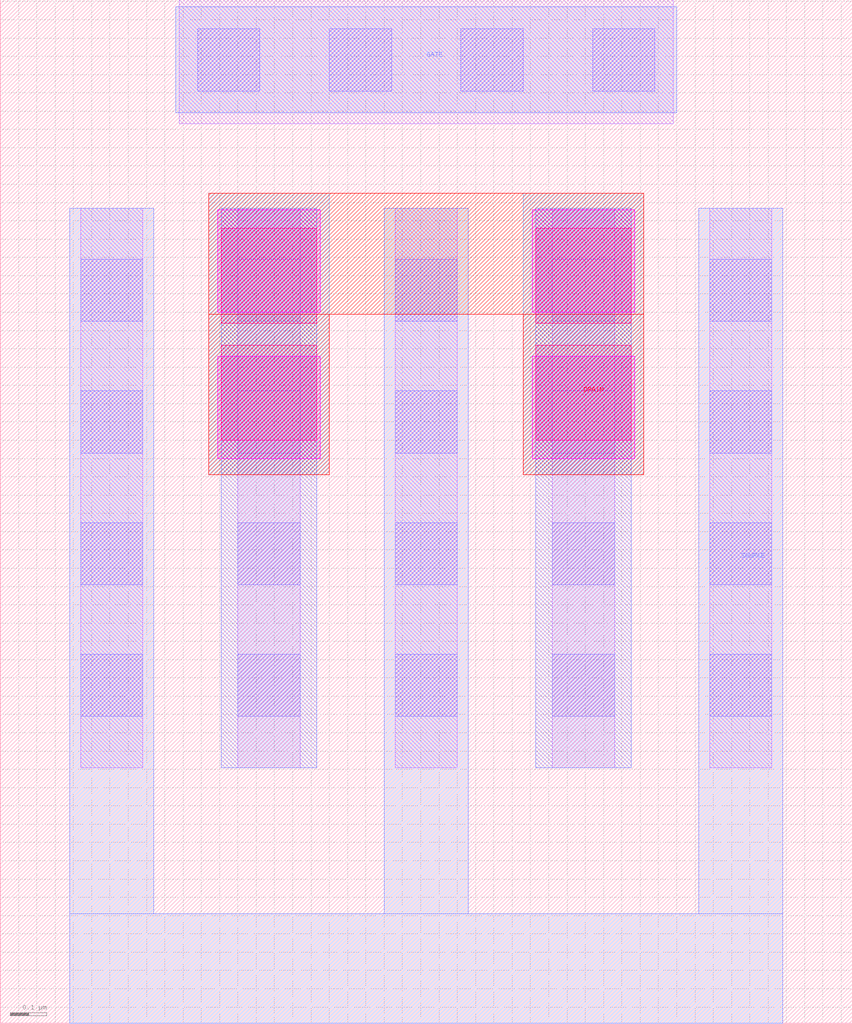
<source format=lef>
# Copyright 2020 The SkyWater PDK Authors
#
# Licensed under the Apache License, Version 2.0 (the "License");
# you may not use this file except in compliance with the License.
# You may obtain a copy of the License at
#
#     https://www.apache.org/licenses/LICENSE-2.0
#
# Unless required by applicable law or agreed to in writing, software
# distributed under the License is distributed on an "AS IS" BASIS,
# WITHOUT WARRANTIES OR CONDITIONS OF ANY KIND, either express or implied.
# See the License for the specific language governing permissions and
# limitations under the License.
#
# SPDX-License-Identifier: Apache-2.0

VERSION 5.7 ;
  NOWIREEXTENSIONATPIN ON ;
  DIVIDERCHAR "/" ;
  BUSBITCHARS "[]" ;
MACRO sky130_fd_pr__rf_pfet_01v8_aF04W1p68L0p15
  CLASS BLOCK ;
  FOREIGN sky130_fd_pr__rf_pfet_01v8_aF04W1p68L0p15 ;
  ORIGIN  0.000000  0.445000 ;
  SIZE  2.330000 BY  2.800000 ;
  PIN DRAIN
    ANTENNADIFFAREA  0.940800 ;
    PORT
      LAYER met3 ;
        RECT 0.570000 1.055000 0.900000 1.495000 ;
        RECT 0.570000 1.495000 1.760000 1.825000 ;
        RECT 1.430000 1.055000 1.760000 1.495000 ;
    END
  END DRAIN
  PIN GATE
    ANTENNAGATEAREA  1.008000 ;
    PORT
      LAYER met1 ;
        RECT 0.480000 2.045000 1.850000 2.335000 ;
    END
  END GATE
  PIN SOURCE
    ANTENNADIFFAREA  1.360800 ;
    PORT
      LAYER met1 ;
        RECT 0.190000 -0.445000 2.140000 -0.145000 ;
        RECT 0.190000 -0.145000 0.420000  1.785000 ;
        RECT 1.050000 -0.145000 1.280000  1.785000 ;
        RECT 1.910000 -0.145000 2.140000  1.785000 ;
    END
  END SOURCE
  OBS
    LAYER li1 ;
      RECT 0.220000 0.255000 0.390000 1.785000 ;
      RECT 0.490000 2.015000 1.840000 2.355000 ;
      RECT 0.650000 0.255000 0.820000 1.785000 ;
      RECT 1.080000 0.255000 1.250000 1.785000 ;
      RECT 1.510000 0.255000 1.680000 1.785000 ;
      RECT 1.940000 0.255000 2.110000 1.785000 ;
    LAYER mcon ;
      RECT 0.220000 0.395000 0.390000 0.565000 ;
      RECT 0.220000 0.755000 0.390000 0.925000 ;
      RECT 0.220000 1.115000 0.390000 1.285000 ;
      RECT 0.220000 1.475000 0.390000 1.645000 ;
      RECT 0.540000 2.105000 0.710000 2.275000 ;
      RECT 0.650000 0.395000 0.820000 0.565000 ;
      RECT 0.650000 0.755000 0.820000 0.925000 ;
      RECT 0.650000 1.115000 0.820000 1.285000 ;
      RECT 0.650000 1.475000 0.820000 1.645000 ;
      RECT 0.900000 2.105000 1.070000 2.275000 ;
      RECT 1.080000 0.395000 1.250000 0.565000 ;
      RECT 1.080000 0.755000 1.250000 0.925000 ;
      RECT 1.080000 1.115000 1.250000 1.285000 ;
      RECT 1.080000 1.475000 1.250000 1.645000 ;
      RECT 1.260000 2.105000 1.430000 2.275000 ;
      RECT 1.510000 0.395000 1.680000 0.565000 ;
      RECT 1.510000 0.755000 1.680000 0.925000 ;
      RECT 1.510000 1.115000 1.680000 1.285000 ;
      RECT 1.510000 1.475000 1.680000 1.645000 ;
      RECT 1.620000 2.105000 1.790000 2.275000 ;
      RECT 1.940000 0.395000 2.110000 0.565000 ;
      RECT 1.940000 0.755000 2.110000 0.925000 ;
      RECT 1.940000 1.115000 2.110000 1.285000 ;
      RECT 1.940000 1.475000 2.110000 1.645000 ;
    LAYER met1 ;
      RECT 0.605000 0.255000 0.865000 1.785000 ;
      RECT 1.465000 0.255000 1.725000 1.785000 ;
    LAYER met2 ;
      RECT 0.570000 1.055000 0.900000 1.825000 ;
      RECT 1.430000 1.055000 1.760000 1.825000 ;
    LAYER via ;
      RECT 0.605000 1.150000 0.865000 1.410000 ;
      RECT 0.605000 1.470000 0.865000 1.730000 ;
      RECT 1.465000 1.150000 1.725000 1.410000 ;
      RECT 1.465000 1.470000 1.725000 1.730000 ;
    LAYER via2 ;
      RECT 0.595000 1.100000 0.875000 1.380000 ;
      RECT 0.595000 1.500000 0.875000 1.780000 ;
      RECT 1.455000 1.100000 1.735000 1.380000 ;
      RECT 1.455000 1.500000 1.735000 1.780000 ;
  END
END sky130_fd_pr__rf_pfet_01v8_aF04W1p68L0p15
END LIBRARY

</source>
